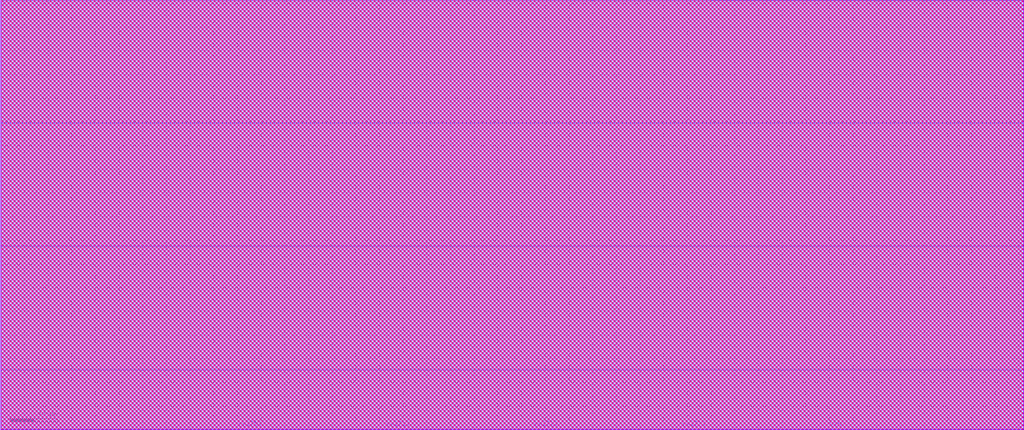
<source format=lef>
##
## LEF for PtnCells ;
## created by Innovus v20.11-s130_1 on Thu Jan 16 19:27:24 2025
##

VERSION 5.8 ;

BUSBITCHARS "[]" ;
DIVIDERCHAR "/" ;

MACRO BATCHARGERcore
  CLASS BLOCK ;
  SIZE 864.000000 BY 363.200000 ;
  FOREIGN BATCHARGERcore 0.000000 0.000000 ;
  ORIGIN 0 0 ;
  SYMMETRY X Y R90 ;
  PIN iforcedbat
    DIRECTION OUTPUT ;
    USE SIGNAL ;
    PORT
      LAYER metal3 ;
        RECT 863.480000 258.900000 864.000000 259.100000 ;
    END
  END iforcedbat
  PIN vsensbat
    DIRECTION INPUT ;
    USE SIGNAL ;
    PORT
      LAYER metal3 ;
        RECT 863.480000 362.900000 864.000000 363.100000 ;
    END
  END vsensbat
  PIN vin
    DIRECTION INPUT ;
    USE SIGNAL ;
    PORT
      LAYER metal2 ;
        RECT 699.700000 0.000000 699.900000 0.520000 ;
    END
  END vin
  PIN vbattemp
    DIRECTION INPUT ;
    USE SIGNAL ;
    PORT
      LAYER metal3 ;
        RECT 863.480000 154.900000 864.000000 155.100000 ;
    END
  END vbattemp
  PIN en
    DIRECTION INPUT ;
    USE SIGNAL ;
    PORT
      LAYER metal3 ;
        RECT 863.480000 50.500000 864.000000 50.700000 ;
    END
  END en
  PIN sel[3]
    DIRECTION INPUT ;
    USE SIGNAL ;
    PORT
      LAYER metal2 ;
        RECT 574.900000 0.000000 575.100000 0.520000 ;
    END
  END sel[3]
  PIN sel[2]
    DIRECTION INPUT ;
    USE SIGNAL ;
    PORT
      LAYER metal2 ;
        RECT 450.100000 0.000000 450.300000 0.520000 ;
    END
  END sel[2]
  PIN sel[1]
    DIRECTION INPUT ;
    USE SIGNAL ;
    PORT
      LAYER metal2 ;
        RECT 325.300000 0.000000 325.500000 0.520000 ;
    END
  END sel[1]
  PIN sel[0]
    DIRECTION INPUT ;
    USE SIGNAL ;
    PORT
      LAYER metal2 ;
        RECT 200.100000 0.000000 200.300000 0.520000 ;
    END
  END sel[0]
  PIN dvdd
    DIRECTION INOUT ;
    USE POWER ;
    PORT
      LAYER metal3 ;
        RECT 399.200000 362.680000 401.200000 363.200000 ;
    END
  END dvdd
  PIN dgnd
    DIRECTION INOUT ;
    USE GROUND ;
    PORT
      LAYER metal3 ;
        RECT 498.800000 362.680000 500.800000 363.200000 ;
    END
  END dgnd
  PIN pgnd
    DIRECTION INOUT ;
    USE GROUND ;
    PORT
      LAYER metal3 ;
        RECT 599.200000 362.680000 601.200000 363.200000 ;
    END
  END pgnd
  OBS
    LAYER metal1 ;
      RECT 0.000000 0.000000 864.000000 363.200000 ;
    LAYER metal2 ;
      RECT 0.000000 0.720000 864.000000 363.200000 ;
      RECT 700.100000 0.000000 864.000000 0.720000 ;
      RECT 575.300000 0.000000 699.500000 0.720000 ;
      RECT 450.500000 0.000000 574.700000 0.720000 ;
      RECT 325.700000 0.000000 449.900000 0.720000 ;
      RECT 200.500000 0.000000 325.100000 0.720000 ;
      RECT 0.000000 0.000000 199.900000 0.720000 ;
    LAYER metal3 ;
      RECT 601.400000 362.700000 863.280000 363.200000 ;
      RECT 601.400000 362.480000 864.000000 362.700000 ;
      RECT 501.000000 362.480000 599.000000 363.200000 ;
      RECT 401.400000 362.480000 498.600000 363.200000 ;
      RECT 0.000000 362.480000 399.000000 363.200000 ;
      RECT 0.000000 259.300000 864.000000 362.480000 ;
      RECT 0.000000 258.700000 863.280000 259.300000 ;
      RECT 0.000000 155.300000 864.000000 258.700000 ;
      RECT 0.000000 154.700000 863.280000 155.300000 ;
      RECT 0.000000 50.900000 864.000000 154.700000 ;
      RECT 0.000000 50.300000 863.280000 50.900000 ;
      RECT 0.000000 0.000000 864.000000 50.300000 ;
    LAYER metal4 ;
      RECT 0.000000 0.000000 864.000000 363.200000 ;
    LAYER metal5 ;
      RECT 0.000000 0.000000 864.000000 363.200000 ;
    LAYER metal6 ;
      RECT 0.000000 0.000000 864.000000 363.200000 ;
    LAYER metal7 ;
      RECT 0.000000 0.000000 864.000000 363.200000 ;
    LAYER metal8 ;
      RECT 0.000000 0.000000 864.000000 363.200000 ;
  END
END BATCHARGERcore

END LIBRARY

</source>
